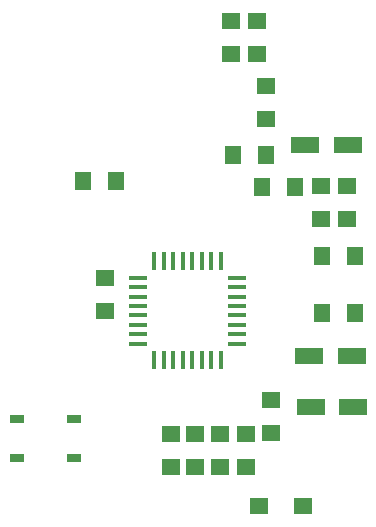
<source format=gbr>
G04 DipTrace 2.4.0.2*
%INTopPaste.gbr*%
%MOIN*%
%ADD67R,0.051X0.0274*%
%ADD69R,0.0117X0.0589*%
%ADD71R,0.0589X0.0117*%
%ADD89R,0.0628X0.0581*%
%ADD91R,0.0943X0.055*%
%ADD93R,0.0628X0.055*%
%ADD95R,0.055X0.0628*%
%FSLAX44Y44*%
G04*
G70*
G90*
G75*
G01*
%LNTopPaste*%
%LPD*%
D95*
X24113Y21714D3*
X25216D3*
X24113Y19808D3*
X25216D3*
D93*
X16869Y19887D3*
Y20989D3*
D91*
X23688Y18371D3*
X25105D3*
D95*
X22231Y25081D3*
X21129D3*
X22097Y24018D3*
X23200D3*
D93*
X24076Y22953D3*
Y24055D3*
D95*
X16137Y24201D3*
X17240D3*
D91*
X23555Y25409D3*
X24972D3*
X23735Y16686D3*
X25153D3*
D89*
X23462Y13384D3*
X22013D3*
D93*
X21940Y29550D3*
Y28448D3*
X24932Y22925D3*
Y24027D3*
X22424Y16924D3*
Y15821D3*
X21067Y29550D3*
Y28448D3*
X19887Y15771D3*
Y14669D3*
X20724Y15771D3*
Y14669D3*
X21563Y15771D3*
Y14669D3*
X22228Y26268D3*
Y27370D3*
X19091Y15771D3*
Y14669D3*
D71*
X21282Y18781D3*
Y19096D3*
Y19411D3*
Y19726D3*
Y20041D3*
Y20356D3*
Y20671D3*
Y20986D3*
D69*
X20731Y21537D3*
X20416D3*
X20101D3*
X19786D3*
X19471D3*
X19156D3*
X18841D3*
X18526D3*
D71*
X17975Y20986D3*
Y20671D3*
Y20356D3*
Y20041D3*
Y19726D3*
Y19411D3*
Y19096D3*
Y18781D3*
D69*
X18526Y18230D3*
X18841D3*
X19156D3*
X19471D3*
X19786D3*
X20101D3*
X20416D3*
X20731D3*
D67*
X15860Y14987D3*
Y16286D3*
X13931D3*
Y14987D3*
M02*

</source>
